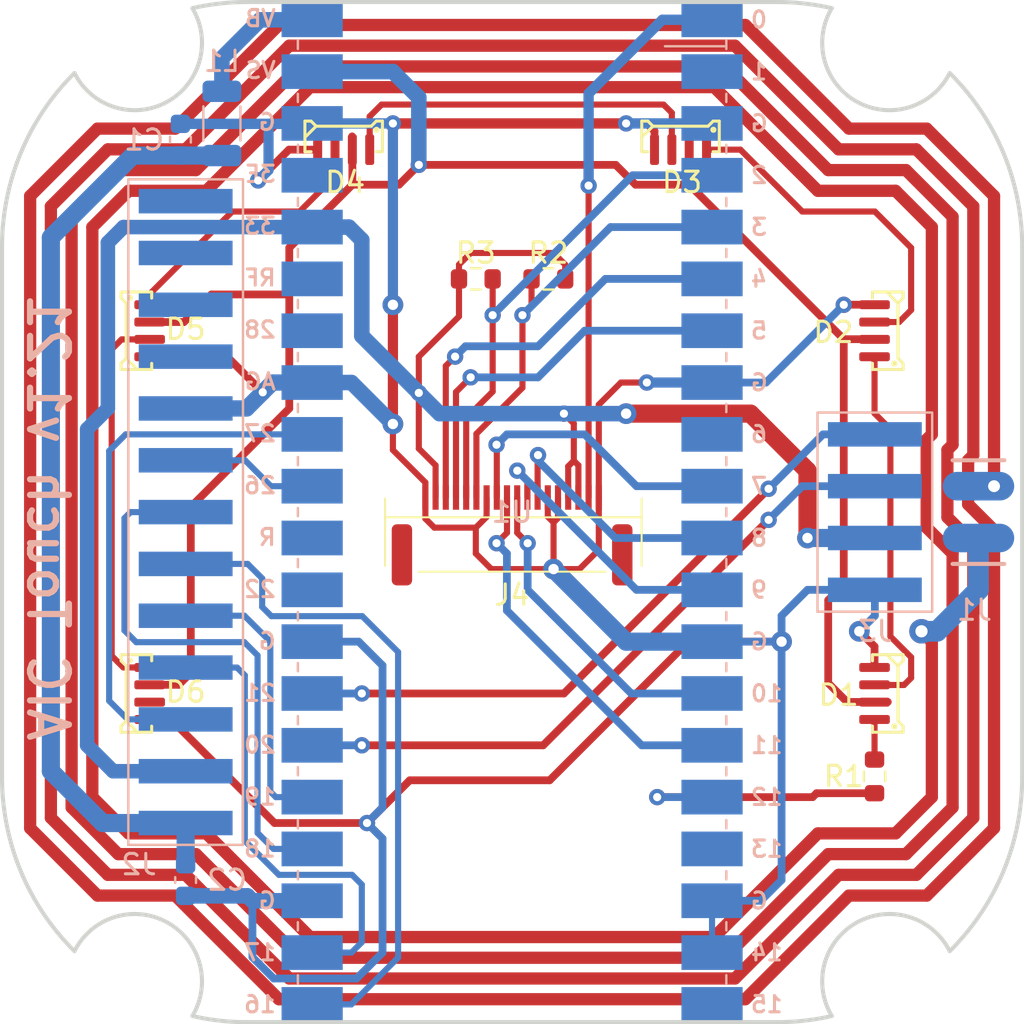
<source format=kicad_pcb>
(kicad_pcb (version 20221018) (generator pcbnew)
  (title_block (title "AIC Pico with PN5180"))
  (layers (0 "F.Cu" signal) (31 "B.Cu" signal) (34 "B.Paste" user) (35 "F.Paste" user) (36 "B.SilkS" user "B.Silkscreen") (37 "F.SilkS" user "F.Silkscreen") (38 "B.Mask" user) (39 "F.Mask" user) (44 "Edge.Cuts" user))
  (net 0 "")
  (net 1 "+5V")
  (net 2 "GND")
  (net 3 "+3V3")
  (net 4 "Net-(D1-In)")
  (net 5 "Net-(D1-Out)")
  (net 6 "Net-(D2-Out)")
  (net 7 "/RGB")
  (net 8 "Net-(D5-Out)")
  (net 10 "/LEDK")
  (net 11 "/D{slash}C")
  (net 12 "/CS")
  (net 13 "/SCK")
  (net 14 "/SDA")
  (net 15 "/RST")
  (net 16 "/TP_SCL")
  (net 17 "/TP_SDA")
  (net 18 "/TP_RST")
  (net 20 "/TP_INT")
  (net 22 "Net-(J3-SDA)")
  (net 23 "Net-(J3-SCL)")
  (net 27 "Net-(J2-5V)")
  (net 28 "/ANT")
  (net 29 "Net-(J2-RST)")
  (net 30 "Net-(J2-NSS)")
  (net 31 "Net-(J2-MOSI)")
  (net 32 "Net-(J2-MISO)")
  (net 33 "Net-(J2-SCK)")
  (net 34 "Net-(J2-BUSY)")
  (net 39 "unconnected-(U1-GPIO6-Pad9)")
  (net 43 "Net-(D3-Out)")
  (net 44 "Net-(D4-Out)")
  (net 45 "Net-(U1-VBUS)")
  (footprint "aic_pico:WS2812B-4020" (layer "F.Cu") (at 127.065 94.985)
    (fp_text reference "D4")
    (fp_text value "WS2812B_Unified")
  )
  (footprint "aic_pico:WS2812B-4020" (layer "F.Cu") (at 116.905 104.51 90)
    (fp_text reference "D5")
    (fp_text value "WS2812B_Unified")
  )
  (footprint "Resistor_SMD:R_0603_1608Metric" (layer "F.Cu") (at 137.098 101.97)
    (fp_text reference "R2")
    (fp_text value "2K")
  )
  (footprint "aic_pico:WS2812B-4020" (layer "F.Cu") (at 143.575 94.985)
    (fp_text reference "D3")
    (fp_text value "WS2812B_Unified")
  )
  (footprint "aic_pico:WS2812B-4020" (layer "F.Cu") (at 153.735 122.29 -90)
    (fp_text reference "D1")
    (fp_text value "WS2812B_Unified")
  )
  (footprint "Resistor_SMD:R_0603_1608Metric" (layer "F.Cu") (at 153.085 126.354 -90)
    (fp_text reference "R1")
    (fp_text value "10" hide)
  )
  (footprint "Resistor_SMD:R_0603_1608Metric" (layer "F.Cu") (at 133.542 101.97 180)
    (fp_text reference "R3")
    (fp_text value "2K")
  )
  (footprint "aic_pico:FPC-0.5-1.0H-18P" (layer "F.Cu") (at 135.32 114.035)
    (fp_text reference "J4")
    (fp_text value "Display" hide)
  )
  (footprint "aic_pico:WS2812B-4020" (layer "F.Cu") (at 116.905 122.29 90)
    (fp_text reference "D6")
    (fp_text value "WS2812B_Unified")
  )
  (footprint "aic_pico:WS2812B-4020" (layer "F.Cu") (at 153.735 104.51 -90)
    (fp_text reference "D2")
    (fp_text value "WS2812B_Unified")
  )
  (footprint "Capacitor_SMD:C_0603_1608Metric" (layer "B.Cu") (at 119.318 131.434 -90)
    (fp_text reference "C2")
    (fp_text value "10uF" hide)
  )
  (footprint "aic_pico:ANT_2P" (layer "B.Cu") (at 158.18 113.4)
    (fp_text reference "J1")
    (fp_text value "Antenna" hide)
  )
  (footprint "aic_pico:RPi_Pico_SMD_No_USB" (layer "B.Cu") (at 135.32 113.4 180)
    (fp_text reference "U1")
    (fp_text value "Pico")
  )
  (footprint "Inductor_SMD:L_1206_3216Metric" (layer "B.Cu") (at 121.096 94.35 -90)
    (fp_text reference "L1")
    (fp_text value "100nH")
  )
  (footprint "aic_pico:pn5180_conn" (layer "B.Cu") (at 119.32 113.4)
    (fp_text reference "J2")
    (fp_text value "PN5180" hide)
  )
  (footprint "aic_pico:pn532_conn" (layer "B.Cu") (at 153.1 113.4)
    (fp_text reference "J3")
    (fp_text value "PN532" hide)
  )
  (footprint "Capacitor_SMD:C_0603_1608Metric" (layer "B.Cu") (at 119.064 95.144819 90)
    (fp_text reference "C1")
    (fp_text value "0.1uF" hide)
  )
  (gr_line (start 148.32 138.399999) (end 122.32 138.399999) (stroke (width 0.2)) (layer "Edge.Cuts"))
  (gr_line (start 160.32 126.399999) (end 160.32 100.399999) (stroke (width 0.2)) (layer "Edge.Cuts"))
  (gr_arc (start 119.649044 88.701025) (mid 118.410332 93.29151) (end 113.870189 91.879395) (stroke (width 0.2)) (layer "Edge.Cuts"))
  (gr_arc (start 150.990956 138.098973) (mid 152.229668 133.508486) (end 156.769811 134.920603) (stroke (width 0.2)) (layer "Edge.Cuts"))
  (gr_arc (start 110.32 100.399999) (mid 111.243048 95.784684) (end 113.870189 91.879395) (stroke (width 0.2)) (layer "Edge.Cuts"))
  (gr_arc (start 113.870189 134.920603) (mid 111.243048 131.015314) (end 110.32 126.399999) (stroke (width 0.2)) (layer "Edge.Cuts"))
  (gr_arc (start 122.32 138.399999) (mid 120.976067 138.324505) (end 119.649044 138.098973) (stroke (width 0.2)) (layer "Edge.Cuts"))
  (gr_arc (start 156.769811 91.879395) (mid 159.396952 95.784684) (end 160.32 100.399999) (stroke (width 0.2)) (layer "Edge.Cuts"))
  (gr_arc (start 160.32 126.399999) (mid 159.396952 131.015314) (end 156.769811 134.920603) (stroke (width 0.2)) (layer "Edge.Cuts"))
  (gr_arc (start 156.769811 91.879395) (mid 152.229668 93.291511) (end 150.990956 88.701025) (stroke (width 0.2)) (layer "Edge.Cuts"))
  (gr_arc (start 150.990956 138.098973) (mid 149.663933 138.324505) (end 148.32 138.399999) (stroke (width 0.2)) (layer "Edge.Cuts"))
  (gr_arc (start 113.870189 134.920603) (mid 118.410332 133.508487) (end 119.649044 138.098973) (stroke (width 0.2)) (layer "Edge.Cuts"))
  (gr_line (start 148.32 88.399999) (end 122.32 88.399999) (stroke (width 0.2)) (layer "Edge.Cuts"))
  (gr_line (start 110.32 126.399999) (end 110.32 100.399999) (stroke (width 0.2)) (layer "Edge.Cuts"))
  (gr_arc (start 148.32 88.399999) (mid 149.663933 88.475493) (end 150.990956 88.701025) (stroke (width 0.2)) (layer "Edge.Cuts"))
  (gr_arc (start 119.649044 88.701025) (mid 120.976067 88.475493) (end 122.32 88.399999) (stroke (width 0.2)) (layer "Edge.Cuts"))
  (gr_text "AIC Touch v1.21" (at 111.444 113.654 270) (layer "B.SilkS") (effects (font (size 1.905 1.778) (thickness 0.3048) bold) (justify bottom mirror)))
  (segment (start 127.48 94.985) (end 127.48 95.784228) (width 0.381) (layer "F.Cu") (net 1))
  (segment (start 150.814 121.782) (end 151.737 122.705) (width 0.381) (layer "F.Cu") (net 1))
  (segment (start 124.398 108.32) (end 119.572 113.146) (width 0.381) (layer "F.Cu") (net 1))
  (segment (start 151.737 122.705) (end 153.735 122.705) (width 0.381) (layer "F.Cu") (net 1))
  (segment (start 127.49 97.354) (end 124.398 100.446) (width 0.381) (layer "F.Cu") (net 1))
  (segment (start 151.576 104.925) (end 153.075 104.925) (width 0.381) (layer "F.Cu") (net 1))
  (segment (start 144.005 97.354) (end 151.576 104.925) (width 0.381) (layer "F.Cu") (net 1))
  (segment (start 144 97.354) (end 141.372 97.354) (width 0.381) (layer "F.Cu") (net 1))
  (segment (start 117.555 104.085) (end 119.235 104.085) (width 0.381) (layer "F.Cu") (net 1))
  (segment (start 127.49 95.635) (end 127.49 97.354) (width 0.381) (layer "F.Cu") (net 1))
  (segment (start 140.4 96.382) (end 130.748 96.382) (width 0.381) (layer "F.Cu") (net 1))
  (segment (start 119.572 113.146) (end 119.572 121.274) (width 0.381) (layer "F.Cu") (net 1))
  (segment (start 129.776 97.354) (end 130.748 96.382) (width 0.381) (layer "F.Cu") (net 1))
  (segment (start 153.075 104.925) (end 153.085 104.935) (width 0.381) (layer "F.Cu") (net 1))
  (segment (start 150.814 117.718) (end 150.814 121.782) (width 0.381) (layer "F.Cu") (net 1))
  (segment (start 151.576 116.956) (end 150.814 117.718) (width 0.381) (layer "F.Cu") (net 1))
  (segment (start 118.981 121.865) (end 117.555 121.865) (width 0.381) (layer "F.Cu") (net 1))
  (segment (start 141.372 97.354) (end 140.4 96.382) (width 0.381) (layer "F.Cu") (net 1))
  (segment (start 119.235 104.085) (end 120.588 102.732) (width 0.381) (layer "F.Cu") (net 1))
  (segment (start 144 95.635) (end 144 97.354) (width 0.381) (layer "F.Cu") (net 1))
  (segment (start 124.398 102.732) (end 124.398 108.32) (width 0.381) (layer "F.Cu") (net 1))
  (segment (start 127.49 97.354) (end 129.776 97.354) (width 0.381) (layer "F.Cu") (net 1))
  (segment (start 151.576 104.925) (end 151.576 116.956) (width 0.381) (layer "F.Cu") (net 1))
  (segment (start 124.398 100.446) (end 124.398 102.732) (width 0.381) (layer "F.Cu") (net 1))
  (segment (start 120.588 102.732) (end 124.398 102.732) (width 0.381) (layer "F.Cu") (net 1))
  (segment (start 119.572 121.274) (end 118.981 121.865) (width 0.381) (layer "F.Cu") (net 1))
  (via (at 130.748 96.382) (size 0.8) (drill 0.4) (layers "F.Cu" "B.Cu") (net 1))
  (segment (start 130.748 96.382) (end 130.748 93.08) (width 0.762) (layer "B.Cu") (net 1))
  (segment (start 129.478 91.81) (end 125.52 91.81) (width 0.762) (layer "B.Cu") (net 1))
  (segment (start 130.748 93.08) (end 129.478 91.81) (width 0.762) (layer "B.Cu") (net 1))
  (segment (start 131.07 112.685) (end 131.07 113.722) (width 0.3) (layer "F.Cu") (net 2))
  (segment (start 129.478 110.356) (end 129.478 109.082) (width 0.3) (layer "F.Cu") (net 2))
  (segment (start 140.908 94.35) (end 129.478 94.35) (width 0.508) (layer "F.Cu") (net 2))
  (segment (start 137.07 112.685) (end 137.07 113.626) (width 0.3) (layer "F.Cu") (net 2))
  (segment (start 121.35 105.78) (end 123.098 107.528) (width 0.381) (layer "F.Cu") (net 2))
  (segment (start 134.304 116.194) (end 137.352 116.194) (width 0.3) (layer "F.Cu") (net 2))
  (segment (start 117.555 105.785) (end 117.56 105.78) (width 0.381) (layer "F.Cu") (net 2))
  (segment (start 137.57 113.69) (end 137.352 113.908) (width 0.3) (layer "F.Cu") (net 2))
  (segment (start 137.07 113.626) (end 137.352 113.908) (width 0.3) (layer "F.Cu") (net 2))
  (segment (start 117.56 105.78) (end 121.35 105.78) (width 0.381) (layer "F.Cu") (net 2))
  (segment (start 128.208 128.64) (end 123.677 128.64) (width 0.381) (layer "F.Cu") (net 2))
  (segment (start 151.576 103.24) (end 151.581 103.235) (width 0.381) (layer "F.Cu") (net 2))
  (segment (start 143.956 119.75) (end 137.161 126.545) (width 0.381) (layer "F.Cu") (net 2))
  (segment (start 152.338 119.242) (end 153.085 119.989) (width 0.381) (layer "F.Cu") (net 2))
  (segment (start 133.542 115.432) (end 134.304 116.194) (width 0.3) (layer "F.Cu") (net 2))
  (segment (start 131.07 112.685) (end 131.07 111.948) (width 0.3) (layer "F.Cu") (net 2))
  (segment (start 141.924 94.35) (end 142.3 94.726) (width 0.381) (layer "F.Cu") (net 2))
  (segment (start 151.581 103.235) (end 153.085 103.235) (width 0.381) (layer "F.Cu") (net 2))
  (segment (start 139.57 112.685) (end 139.57 108.134) (width 0.3) (layer "F.Cu") (net 2))
  (segment (start 118.602 123.565) (end 117.555 123.565) (width 0.381) (layer "F.Cu") (net 2))
  (segment (start 130.303 126.545) (end 128.208 128.64) (width 0.381) (layer "F.Cu") (net 2))
  (segment (start 139.57 108.134) (end 140.654 107.05) (width 0.3) (layer "F.Cu") (net 2))
  (segment (start 142.3 94.726) (end 142.3 95.635) (width 0.381) (layer "F.Cu") (net 2))
  (segment (start 139.57 112.685) (end 139.57 115.246) (width 0.3) (layer "F.Cu") (net 2))
  (segment (start 153.085 119.989) (end 153.085 121.015) (width 0.381) (layer "F.Cu") (net 2))
  (segment (start 137.352 113.908) (end 137.352 116.194) (width 0.3) (layer "F.Cu") (net 2))
  (segment (start 129.478 109.082) (end 129.478 103.24) (width 0.5) (layer "F.Cu") (net 2))
  (segment (start 131.07 113.722) (end 131.51 114.162) (width 0.3) (layer "F.Cu") (net 2))
  (segment (start 123.677 128.64) (end 118.602 123.565) (width 0.381) (layer "F.Cu") (net 2))
  (segment (start 137.161 126.545) (end 130.303 126.545) (width 0.381) (layer "F.Cu") (net 2))
  (segment (start 124.383 95.635) (end 125.79 95.635) (width 0.381) (layer "F.Cu") (net 2))
  (segment (start 134.07 113.634) (end 134.07 112.685) (width 0.3) (layer "F.Cu") (net 2))
  (segment (start 133.542 114.162) (end 134.07 113.634) (width 0.3) (layer "F.Cu") (net 2))
  (segment (start 148.528 119.75) (end 143.956 119.75) (width 0.381) (layer "F.Cu") (net 2))
  (segment (start 138.622 116.194) (end 137.352 116.194) (width 0.3) (layer "F.Cu") (net 2))
  (segment (start 122.874 97.144) (end 124.383 95.635) (width 0.381) (layer "F.Cu") (net 2))
  (segment (start 131.51 114.162) (end 133.542 114.162) (width 0.3) (layer "F.Cu") (net 2))
  (segment (start 137.57 112.685) (end 137.57 113.69) (width 0.3) (layer "F.Cu") (net 2))
  (segment (start 140.908 94.35) (end 141.924 94.35) (width 0.381) (layer "F.Cu") (net 2))
  (segment (start 139.57 115.246) (end 138.622 116.194) (width 0.3) (layer "F.Cu") (net 2))
  (segment (start 133.542 114.162) (end 133.542 115.432) (width 0.3) (layer "F.Cu") (net 2))
  (segment (start 140.654 107.05) (end 141.924 107.05) (width 0.3) (layer "F.Cu") (net 2))
  (segment (start 131.07 111.948) (end 129.478 110.356) (width 0.3) (layer "F.Cu") (net 2))
  (via (at 137.352 116.194) (size 1.016) (drill 0.508) (layers "F.Cu" "B.Cu") (net 2))
  (via (at 129.478 109.082) (size 1.016) (drill 0.508) (layers "F.Cu" "B.Cu") (net 2))
  (via (at 140.908 94.35) (size 0.8) (drill 0.4) (layers "F.Cu" "B.Cu") (net 2))
  (via (at 122.874 97.144) (size 0.8) (drill 0.4) (layers "F.Cu" "B.Cu") (net 2))
  (via (at 141.924 107.05) (size 0.8) (drill 0.4) (layers "F.Cu" "B.Cu") (net 2))
  (via (at 128.208 128.64) (size 0.8) (drill 0.4) (layers "F.Cu" "B.Cu") (net 2))
  (via (at 129.478 94.35) (size 0.8) (drill 0.4) (layers "F.Cu" "B.Cu") (net 2))
  (via (at 151.576 103.24) (size 0.8) (drill 0.4) (layers "F.Cu" "B.Cu") (net 2))
  (via (at 123.098 107.528) (size 0.8) (drill 0.4) (layers "F.Cu" "B.Cu") (net 2))
  (via (at 152.338 119.242) (size 1.016) (drill 0.508) (layers "F.Cu" "B.Cu") (net 2))
  (via (at 129.478 103.24) (size 1.016) (drill 0.508) (layers "F.Cu" "B.Cu") (net 2))
  (via (at 148.528 119.75) (size 1.016) (drill 0.508) (layers "F.Cu" "B.Cu") (net 2))
  (segment (start 147.512 132.45) (end 145.12 132.45) (width 0.381) (layer "B.Cu") (net 2))
  (segment (start 128.97 134.99) (end 127.7 136.26) (width 0.381) (layer "B.Cu") (net 2))
  (segment (start 140.908 94.35) (end 145.12 94.35) (width 0.508) (layer "B.Cu") (net 2))
  (segment (start 122.594 132.45) (end 122.353 132.209) (width 0.762) (layer "B.Cu") (net 2))
  (segment (start 148.528 119.75) (end 148.528 118.48) (width 0.381) (layer "B.Cu") (net 2))
  (segment (start 122.874 97.144) (end 123.382 96.636) (width 0.5) (layer "B.Cu") (net 2))
  (segment (start 147.766 107.05) (end 145.12 107.05) (width 0.381) (layer "B.Cu") (net 2))
  (segment (start 151.576 103.24) (end 147.766 107.05) (width 0.381) (layer "B.Cu") (net 2))
  (segment (start 153.1 118.48) (end 153.1 117.21) (width 0.381) (layer "B.Cu") (net 2))
  (segment (start 148.528 131.434) (end 147.512 132.45) (width 0.381) (layer "B.Cu") (net 2))
  (segment (start 128.97 127.878) (end 128.97 120.9185) (width 0.381) (layer "B.Cu") (net 2))
  (segment (start 145.12 107.05) (end 141.924 107.05) (width 0.5) (layer "B.Cu") (net 2))
  (segment (start 123.636 136.26) (end 122.594 135.218) (width 0.381) (layer "B.Cu") (net 2))
  (segment (start 145.12 119.75) (end 148.528 119.75) (width 0.381) (layer "B.Cu") (net 2))
  (segment (start 148.528 119.75) (end 148.528 131.434) (width 0.381) (layer "B.Cu") (net 2))
  (segment (start 125.52 132.45) (end 122.594 132.45) (width 0.762) (layer "B.Cu") (net 2))
  (segment (start 137.352 116.194) (end 140.908 119.75) (width 0.889) (layer "B.Cu") (net 2))
  (segment (start 128.208 128.64) (end 128.97 127.878) (width 0.381) (layer "B.Cu") (net 2))
  (segment (start 129.478 103.24) (end 129.478 94.35) (width 0.5) (layer "B.Cu") (net 2))
  (segment (start 140.908 119.75) (end 145.12 119.75) (width 0.889) (layer "B.Cu") (net 2))
  (segment (start 127.7 136.26) (end 123.636 136.26) (width 0.381) (layer "B.Cu") (net 2))
  (segment (start 129.478 94.35) (end 125.52 94.35) (width 0.508) (layer "B.Cu") (net 2))
  (segment (start 149.798 117.21) (end 153.1 117.21) (width 0.381) (layer "B.Cu") (net 2))
  (segment (start 128.97 120.9185) (end 127.8015 119.75) (width 0.381) (layer "B.Cu") (net 2))
  (segment (start 145.12 134.99) (end 145.12 132.45) (width 0.3) (layer "B.Cu") (net 2))
  (segment (start 123.576 107.05) (end 125.52 107.05) (width 0.8) (layer "B.Cu") (net 2))
  (segment (start 127.446 107.05) (end 125.52 107.05) (width 0.762) (layer "B.Cu") (net 2))
  (segment (start 129.478 109.082) (end 127.446 107.05) (width 0.762) (layer "B.Cu") (net 2))
  (segment (start 128.208 128.64) (end 128.97 129.402) (width 0.381) (layer "B.Cu") (net 2))
  (segment (start 127.8015 119.75) (end 125.52 119.75) (width 0.381) (layer "B.Cu") (net 2))
  (segment (start 122.306 108.32) (end 123.576 107.05) (width 0.8) (layer "B.Cu") (net 2))
  (segment (start 148.528 118.48) (end 149.798 117.21) (width 0.381) (layer "B.Cu") (net 2))
  (segment (start 128.97 129.402) (end 128.97 134.99) (width 0.381) (layer "B.Cu") (net 2))
  (segment (start 152.338 119.242) (end 153.1 118.48) (width 0.381) (layer "B.Cu") (net 2))
  (segment (start 123.382 96.636) (end 123.382 94.369819) (width 0.5) (layer "B.Cu") (net 2))
  (segment (start 122.353 132.209) (end 119.318 132.209) (width 0.762) (layer "B.Cu") (net 2))
  (segment (start 119.32 108.32) (end 122.306 108.32) (width 0.8) (layer "B.Cu") (net 2))
  (segment (start 125.500181 94.369819) (end 119.064 94.369819) (width 0.508) (layer "B.Cu") (net 2))
  (segment (start 122.594 135.218) (end 122.594 132.45) (width 0.381) (layer "B.Cu") (net 2))
  (segment (start 138.57 111.107) (end 138.3455 110.8825) (width 0.3) (layer "F.Cu") (net 3))
  (segment (start 138.3455 110.8825) (end 138.3455 109.0595) (width 0.3) (layer "F.Cu") (net 3))
  (segment (start 138.3455 109.0595) (end 137.86 108.574) (width 0.3) (layer "F.Cu") (net 3))
  (segment (start 131.57 111.109746) (end 130.748 110.287746) (width 0.3) (layer "F.Cu") (net 3))
  (segment (start 131.57 112.685) (end 131.57 111.109746) (width 0.3) (layer "F.Cu") (net 3))
  (segment (start 130.748 110.287746) (end 130.748 107.558) (width 0.3) (layer "F.Cu") (net 3))
  (segment (start 132.717 103.811) (end 130.748 105.78) (width 0.3) (layer "F.Cu") (net 3))
  (segment (start 133.288 100.7) (end 137.352 100.7) (width 0.3) (layer "F.Cu") (net 3))
  (segment (start 138.07 111.158) (end 138.3455 110.8825) (width 0.3) (layer "F.Cu") (net 3))
  (segment (start 149.798 111.368) (end 149.798 114.67) (width 0.889) (layer "F.Cu") (net 3))
  (segment (start 137.352 100.7) (end 137.923 101.271) (width 0.3) (layer "F.Cu") (net 3))
  (segment (start 130.748 105.78) (end 130.748 107.558) (width 0.3) (layer "F.Cu") (net 3))
  (segment (start 138.57 112.685) (end 138.57 111.107) (width 0.3) (layer "F.Cu") (net 3))
  (segment (start 137.923 101.271) (end 137.923 101.97) (width 0.3) (layer "F.Cu") (net 3))
  (segment (start 140.908 108.574) (end 147.004 108.574) (width 0.889) (layer "F.Cu") (net 3))
  (segment (start 132.717 101.271) (end 133.288 100.7) (width 0.3) (layer "F.Cu") (net 3))
  (segment (start 132.717 101.97) (end 132.717 101.271) (width 0.3) (layer "F.Cu") (net 3))
  (segment (start 132.717 103.811) (end 132.717 101.97) (width 0.3) (layer "F.Cu") (net 3))
  (segment (start 138.07 112.685) (end 138.07 111.158) (width 0.3) (layer "F.Cu") (net 3))
  (segment (start 147.004 108.574) (end 149.798 111.368) (width 0.889) (layer "F.Cu") (net 3))
  (via (at 137.86 108.574) (size 0.8) (drill 0.4) (layers "F.Cu" "B.Cu") (net 3))
  (via (at 140.908 108.574) (size 1.016) (drill 0.508) (layers "F.Cu" "B.Cu") (net 3))
  (via (at 149.798 114.67) (size 1.016) (drill 0.508) (layers "F.Cu" "B.Cu") (net 3))
  (via (at 130.748 107.558) (size 0.8) (drill 0.4) (layers "F.Cu" "B.Cu") (net 3))
  (segment (start 125.52 99.43) (end 116.27 99.43) (width 0.7112) (layer "B.Cu") (net 3))
  (segment (start 130.748 107.558) (end 131.764 108.574) (width 0.762) (layer "B.Cu") (net 3))
  (segment (start 114.492 124.83) (end 115.762 126.1) (width 0.7112) (layer "B.Cu") (net 3))
  (segment (start 127.319 99.43) (end 125.52 99.43) (width 0.762) (layer "B.Cu") (net 3))
  (segment (start 114.492 109.336) (end 114.492 124.83) (width 0.7112) (layer "B.Cu") (net 3))
  (segment (start 131.764 108.574) (end 140.908 108.574) (width 0.762) (layer "B.Cu") (net 3))
  (segment (start 116.27 99.43) (end 115.508 100.192) (width 0.7112) (layer "B.Cu") (net 3))
  (segment (start 115.508 108.32) (end 114.492 109.336) (width 0.7112) (layer "B.Cu") (net 3))
  (segment (start 115.762 126.1) (end 120.08 126.1) (width 0.7112) (layer "B.Cu") (net 3))
  (segment (start 130.748 107.558) (end 127.954 104.764) (width 0.762) (layer "B.Cu") (net 3))
  (segment (start 127.954 100.065) (end 127.319 99.43) (width 0.762) (layer "B.Cu") (net 3))
  (segment (start 127.954 104.764) (end 127.954 100.065) (width 0.762) (layer "B.Cu") (net 3))
  (segment (start 149.798 114.67) (end 153.1 114.67) (width 0.889) (layer "B.Cu") (net 3))
  (segment (start 115.508 100.192) (end 115.508 108.32) (width 0.7112) (layer "B.Cu") (net 3))
  (segment (start 153.085 125.529) (end 153.085 123.565) (width 0.3) (layer "F.Cu") (net 4))
  (segment (start 153.862 119.496) (end 153.862 109.336) (width 0.3) (layer "F.Cu") (net 5))
  (segment (start 154.878 121.528) (end 154.878 120.512) (width 0.3) (layer "F.Cu") (net 5))
  (segment (start 153.862 109.336) (end 153.085 108.559) (width 0.3) (layer "F.Cu") (net 5))
  (segment (start 153.085 108.559) (end 153.085 105.785) (width 0.3) (layer "F.Cu") (net 5))
  (segment (start 154.878 120.512) (end 153.862 119.496) (width 0.3) (layer "F.Cu") (net 5))
  (segment (start 153.735 121.875) (end 154.531 121.875) (width 0.3) (layer "F.Cu") (net 5))
  (segment (start 154.531 121.875) (end 154.878 121.528) (width 0.3) (layer "F.Cu") (net 5))
  (segment (start 154.878 100.446) (end 154.878 103.494) (width 0.3) (layer "F.Cu") (net 6))
  (segment (start 144.85 95.635) (end 146.511 95.635) (width 0.3) (layer "F.Cu") (net 6))
  (segment (start 153.1 98.668) (end 154.878 100.446) (width 0.3) (layer "F.Cu") (net 6))
  (segment (start 154.287 104.085) (end 153.085 104.085) (width 0.3) (layer "F.Cu") (net 6))
  (segment (start 146.511 95.635) (end 149.544 98.668) (width 0.3) (layer "F.Cu") (net 6))
  (segment (start 154.878 103.494) (end 154.287 104.085) (width 0.3) (layer "F.Cu") (net 6))
  (segment (start 149.544 98.668) (end 153.1 98.668) (width 0.3) (layer "F.Cu") (net 6))
  (segment (start 142.432 127.37) (end 150.052 127.37) (width 0.381) (layer "F.Cu") (net 7))
  (segment (start 150.243 127.179) (end 153.085 127.179) (width 0.381) (layer "F.Cu") (net 7))
  (segment (start 150.052 127.37) (end 150.243 127.179) (width 0.381) (layer "F.Cu") (net 7))
  (via (at 142.432 127.37) (size 0.8) (drill 0.4) (layers "F.Cu" "B.Cu") (net 7))
  (segment (start 142.432 127.37) (end 145.12 127.37) (width 0.381) (layer "B.Cu") (net 7))
  (segment (start 115.695 120.445) (end 115.695 105.422) (width 0.3) (layer "F.Cu") (net 8))
  (segment (start 115.695 105.422) (end 116.182 104.935) (width 0.3) (layer "F.Cu") (net 8))
  (segment (start 116.265 121.015) (end 115.695 120.445) (width 0.3) (layer "F.Cu") (net 8))
  (segment (start 117.555 121.015) (end 116.265 121.015) (width 0.3) (layer "F.Cu") (net 8))
  (segment (start 116.182 104.935) (end 117.555 104.935) (width 0.3) (layer "F.Cu") (net 8))
  (segment (start 139.07 97.398) (end 139.07 112.685) (width 0.3) (layer "F.Cu") (net 10))
  (via (at 139.07 97.398) (size 0.8) (drill 0.4) (layers "F.Cu" "B.Cu") (net 10))
  (segment (start 139.07 92.886) (end 142.686 89.27) (width 0.508) (layer "B.Cu") (net 10))
  (segment (start 142.686 89.27) (end 145.12 89.27) (width 0.508) (layer "B.Cu") (net 10))
  (segment (start 139.07 97.398) (end 139.07 92.886) (width 0.508) (layer "B.Cu") (net 10))
  (segment (start 136.57 110.626) (end 136.57 112.685) (width 0.3) (layer "F.Cu") (net 11))
  (segment (start 136.59 110.606) (end 136.57 110.626) (width 0.3) (layer "F.Cu") (net 11))
  (via (at 136.59 110.606) (size 0.8) (drill 0.4) (layers "F.Cu" "B.Cu") (net 11))
  (segment (start 140.38 114.67) (end 145.12 114.67) (width 0.381) (layer "B.Cu") (net 11))
  (segment (start 136.59 110.606) (end 136.59 110.88) (width 0.381) (layer "B.Cu") (net 11))
  (segment (start 136.59 110.88) (end 140.38 114.67) (width 0.381) (layer "B.Cu") (net 11))
  (segment (start 136.07 112.685) (end 136.07 111.864) (width 0.3) (layer "F.Cu") (net 12))
  (segment (start 136.07 111.864) (end 135.574 111.368) (width 0.3) (layer "F.Cu") (net 12))
  (via (at 135.574 111.368) (size 0.8) (drill 0.4) (layers "F.Cu" "B.Cu") (net 12))
  (segment (start 141.416 117.21) (end 145.12 117.21) (width 0.381) (layer "B.Cu") (net 12))
  (segment (start 135.574 111.368) (end 141.416 117.21) (width 0.381) (layer "B.Cu") (net 12))
  (segment (start 136.082 114.924) (end 135.57 114.412) (width 0.3) (layer "F.Cu") (net 13))
  (segment (start 135.57 114.412) (end 135.57 112.685) (width 0.3) (layer "F.Cu") (net 13))
  (via (at 136.082 114.924) (size 0.8) (drill 0.4) (layers "F.Cu" "B.Cu") (net 13))
  (segment (start 136.082 117.21) (end 141.162 122.29) (width 0.381) (layer "B.Cu") (net 13))
  (segment (start 141.162 122.29) (end 145.12 122.29) (width 0.381) (layer "B.Cu") (net 13))
  (segment (start 136.082 114.924) (end 136.082 117.21) (width 0.381) (layer "B.Cu") (net 13))
  (segment (start 135.07 114.412) (end 135.07 112.685) (width 0.3) (layer "F.Cu") (net 14))
  (segment (start 134.558 114.924) (end 135.07 114.412) (width 0.3) (layer "F.Cu") (net 14))
  (via (at 134.558 114.924) (size 0.8) (drill 0.4) (layers "F.Cu" "B.Cu") (net 14))
  (segment (start 135.066 118.226) (end 141.67 124.83) (width 0.381) (layer "B.Cu") (net 14))
  (segment (start 141.67 124.83) (end 145.12 124.83) (width 0.381) (layer "B.Cu") (net 14))
  (segment (start 134.558 114.924) (end 135.066 115.432) (width 0.381) (layer "B.Cu") (net 14))
  (segment (start 135.066 115.432) (end 135.066 118.226) (width 0.381) (layer "B.Cu") (net 14))
  (segment (start 134.57 110.11) (end 134.57 112.685) (width 0.3) (layer "F.Cu") (net 15))
  (segment (start 134.558 110.098) (end 134.57 110.11) (width 0.3) (layer "F.Cu") (net 15))
  (via (at 134.558 110.098) (size 0.8) (drill 0.4) (layers "F.Cu" "B.Cu") (net 15))
  (segment (start 135.066 109.59) (end 138.876 109.59) (width 0.381) (layer "B.Cu") (net 15))
  (segment (start 134.558 110.098) (end 135.066 109.59) (width 0.381) (layer "B.Cu") (net 15))
  (segment (start 138.876 109.59) (end 141.416 112.13) (width 0.381) (layer "B.Cu") (net 15))
  (segment (start 141.416 112.13) (end 145.12 112.13) (width 0.381) (layer "B.Cu") (net 15))
  (segment (start 135.828 103.748) (end 136.273 103.303) (width 0.3) (layer "F.Cu") (net 16))
  (segment (start 135.828 107.304) (end 133.57 109.562) (width 0.3) (layer "F.Cu") (net 16))
  (segment (start 135.828 103.748) (end 135.828 107.304) (width 0.3) (layer "F.Cu") (net 16))
  (segment (start 133.57 109.562) (end 133.57 112.685) (width 0.3) (layer "F.Cu") (net 16))
  (segment (start 136.273 103.303) (end 136.273 101.97) (width 0.3) (layer "F.Cu") (net 16))
  (via (at 135.828 103.748) (size 0.8) (drill 0.4) (layers "F.Cu" "B.Cu") (net 16))
  (segment (start 135.828 103.748) (end 140.146 99.43) (width 0.381) (layer "B.Cu") (net 16))
  (segment (start 140.146 99.43) (end 145.12 99.43) (width 0.381) (layer "B.Cu") (net 16))
  (segment (start 134.367 103.748) (end 134.367 107.495) (width 0.3) (layer "F.Cu") (net 17))
  (segment (start 134.367 107.495) (end 133.07 108.792) (width 0.3) (layer "F.Cu") (net 17))
  (segment (start 133.07 108.792) (end 133.07 112.685) (width 0.3) (layer "F.Cu") (net 17))
  (segment (start 134.367 103.748) (end 134.367 101.97) (width 0.3) (layer "F.Cu") (net 17))
  (via (at 134.367 103.748) (size 0.8) (drill 0.4) (layers "F.Cu" "B.Cu") (net 17))
  (segment (start 141.225 96.89) (end 145.12 96.89) (width 0.381) (layer "B.Cu") (net 17))
  (segment (start 134.367 103.748) (end 141.225 96.89) (width 0.381) (layer "B.Cu") (net 17))
  (segment (start 133.288 106.796) (end 132.57 107.514) (width 0.3) (layer "F.Cu") (net 18))
  (segment (start 132.57 107.514) (end 132.57 112.685) (width 0.3) (layer "F.Cu") (net 18))
  (via (at 133.288 106.796) (size 0.8) (drill 0.4) (layers "F.Cu" "B.Cu") (net 18))
  (segment (start 133.288 106.796) (end 136.59 106.796) (width 0.381) (layer "B.Cu") (net 18))
  (segment (start 136.59 106.796) (end 138.876 104.51) (width 0.381) (layer "B.Cu") (net 18))
  (segment (start 138.876 104.51) (end 145.12 104.51) (width 0.381) (layer "B.Cu") (net 18))
  (segment (start 132.07 106.236) (end 132.07 112.685) (width 0.3) (layer "F.Cu") (net 20))
  (segment (start 132.526 105.78) (end 132.07 106.236) (width 0.3) (layer "F.Cu") (net 20))
  (via (at 132.526 105.78) (size 0.8) (drill 0.4) (layers "F.Cu" "B.Cu") (net 20))
  (segment (start 133.034 105.272) (end 136.59 105.272) (width 0.381) (layer "B.Cu") (net 20))
  (segment (start 132.526 105.78) (end 133.034 105.272) (width 0.381) (layer "B.Cu") (net 20))
  (segment (start 139.892 101.97) (end 145.12 101.97) (width 0.381) (layer "B.Cu") (net 20))
  (segment (start 136.59 105.272) (end 139.892 101.97) (width 0.381) (layer "B.Cu") (net 20))
  (segment (start 136.844 124.83) (end 127.954 124.83) (width 0.381) (layer "F.Cu") (net 22))
  (segment (start 147.893 113.781) (end 136.844 124.83) (width 0.381) (layer "F.Cu") (net 22))
  (via (at 147.893 113.781) (size 0.8) (drill 0.4) (layers "F.Cu" "B.Cu") (net 22))
  (via (at 127.954 124.83) (size 0.8) (drill 0.4) (layers "F.Cu" "B.Cu") (net 22))
  (segment (start 149.544 112.13) (end 153.1 112.13) (width 0.381) (layer "B.Cu") (net 22))
  (segment (start 125.52 124.83) (end 127.954 124.83) (width 0.381) (layer "B.Cu") (net 22))
  (segment (start 147.893 113.781) (end 149.544 112.13) (width 0.381) (layer "B.Cu") (net 22))
  (segment (start 147.893 112.257) (end 137.86 122.29) (width 0.381) (layer "F.Cu") (net 23))
  (segment (start 137.86 122.29) (end 127.954 122.29) (width 0.381) (layer "F.Cu") (net 23))
  (via (at 127.954 122.29) (size 0.8) (drill 0.4) (layers "F.Cu" "B.Cu") (net 23))
  (via (at 147.893 112.257) (size 0.8) (drill 0.4) (layers "F.Cu" "B.Cu") (net 23))
  (segment (start 125.52 122.29) (end 127.954 122.29) (width 0.381) (layer "B.Cu") (net 23))
  (segment (start 150.56 109.59) (end 153.1 109.59) (width 0.381) (layer "B.Cu") (net 23))
  (segment (start 147.893 112.257) (end 150.56 109.59) (width 0.381) (layer "B.Cu") (net 23))
  (segment (start 119.32 128.64) (end 115.254 128.64) (width 0.889) (layer "B.Cu") (net 27))
  (segment (start 112.714 126.1) (end 112.714 99.938) (width 0.889) (layer "B.Cu") (net 27))
  (segment (start 119.32 130.657) (end 119.318 130.659) (width 0.889) (layer "B.Cu") (net 27))
  (segment (start 115.254 128.64) (end 112.714 126.1) (width 0.889) (layer "B.Cu") (net 27))
  (segment (start 119.32 128.64) (end 119.32 130.657) (width 0.889) (layer "B.Cu") (net 27))
  (segment (start 112.714 99.938) (end 116.727 95.925) (width 0.889) (layer "B.Cu") (net 27))
  (segment (start 116.727 95.925) (end 121.096 95.925) (width 0.889) (layer "B.Cu") (net 27))
  (segment locked (start 150.306 97.652) (end 154.116 97.652) (width 0.6) (layer "F.Cu") (net 28))
  (segment locked (start 154.116 129.148) (end 150.306 129.148) (width 0.6) (layer "F.Cu") (net 28))
  (segment locked (start 155.894 109.59) (end 155.64 109.844) (width 0.6) (layer "F.Cu") (net 28))
  (segment locked (start 113.73 127.878) (end 113.73 98.922) (width 0.6) (layer "F.Cu") (net 28))
  (segment locked (start 155.64 94.604) (end 158.942 97.906) (width 0.6) (layer "F.Cu") (net 28))
  (segment locked (start 157.926 110.606) (end 157.672 110.86) (width 0.6) (layer "F.Cu") (net 28))
  (segment locked (start 116.016 96.636) (end 119.826 96.636) (width 0.6) (layer "F.Cu") (net 28))
  (segment locked (start 145.226 134.228) (end 125.414 134.228) (width 0.6) (layer "F.Cu") (net 28))
  (segment locked (start 157.672 110.86) (end 157.672 113.019) (width 0.6) (layer "F.Cu") (net 28))
  (segment locked (start 156.656 110.352) (end 156.656 113.654) (width 0.6) (layer "F.Cu") (net 28))
  (segment locked (start 158.942 114.289) (end 158.942 128.894) (width 0.6) (layer "F.Cu") (net 28))
  (segment locked (start 114.746 99.43) (end 116.524 97.652) (width 0.6) (layer "F.Cu") (net 28))
  (segment locked (start 151.83 132.196) (end 146.75 137.276) (width 0.6) (layer "F.Cu") (net 28))
  (segment locked (start 155.894 99.43) (end 155.894 109.59) (width 0.6) (layer "F.Cu") (net 28))
  (segment locked (start 112.714 98.414) (end 115.508 95.62) (width 0.6) (layer "F.Cu") (net 28))
  (segment locked (start 119.318 131.18) (end 115.508 131.18) (width 0.6) (layer "F.Cu") (net 28))
  (segment locked (start 118.81 94.604) (end 123.89 89.524) (width 0.6) (layer "F.Cu") (net 28))
  (segment locked (start 157.926 114.924) (end 157.926 128.386) (width 0.6) (layer "F.Cu") (net 28))
  (segment locked (start 156.91 127.878) (end 154.624 130.164) (width 0.6) (layer "F.Cu") (net 28))
  (segment locked (start 151.83 94.604) (end 155.64 94.604) (width 0.6) (layer "F.Cu") (net 28))
  (segment locked (start 119.318 95.62) (end 124.398 90.54) (width 0.6) (layer "F.Cu") (net 28))
  (segment locked (start 145.226 92.572) (end 150.306 97.652) (width 0.6) (layer "F.Cu") (net 28))
  (segment locked (start 146.242 136.26) (end 124.398 136.26) (width 0.6) (layer "F.Cu") (net 28))
  (segment locked (start 124.906 91.556) (end 145.734 91.556) (width 0.6) (layer "F.Cu") (net 28))
  (segment locked (start 114.746 127.37) (end 114.746 99.43) (width 0.6) (layer "F.Cu") (net 28))
  (segment locked (start 112.714 128.386) (end 112.714 98.414) (width 0.6) (layer "F.Cu") (net 28))
  (segment locked (start 154.624 130.164) (end 150.814 130.164) (width 0.6) (layer "F.Cu") (net 28))
  (segment locked (start 150.814 96.636) (end 154.624 96.636) (width 0.6) (layer "F.Cu") (net 28))
  (segment locked (start 155.64 114.162) (end 156.91 115.432) (width 0.6) (layer "F.Cu") (net 28))
  (segment locked (start 155.64 109.844) (end 155.64 114.162) (width 0.6) (layer "F.Cu") (net 28))
  (segment locked (start 123.89 89.524) (end 146.75 89.524) (width 0.6) (layer "F.Cu") (net 28))
  (segment locked (start 116.524 97.652) (end 120.334 97.652) (width 0.6) (layer "F.Cu") (net 28))
  (segment locked (start 125.414 92.572) (end 145.226 92.572) (width 0.6) (layer "F.Cu") (net 28))
  (segment locked (start 155.132 95.62) (end 157.926 98.414) (width 0.6) (layer "F.Cu") (net 28))
  (segment locked (start 158.942 128.894) (end 155.64 132.196) (width 0.6) (layer "F.Cu") (net 28))
  (segment (start 155.894 119.75) (end 155.894 127.37) (width 0.6) (layer "F.Cu") (net 28))
  (segment locked (start 156.656 113.654) (end 157.926 114.924) (width 0.6) (layer "F.Cu") (net 28))
  (segment locked (start 150.814 130.164) (end 145.734 135.244) (width 0.6) (layer "F.Cu") (net 28))
  (segment locked (start 146.75 89.524) (end 151.83 94.604) (width 0.6) (layer "F.Cu") (net 28))
  (segment locked (start 111.698 128.894) (end 111.698 97.906) (width 0.6) (layer "F.Cu") (net 28))
  (segment locked (start 156.91 115.432) (end 156.91 127.878) (width 0.6) (layer "F.Cu") (net 28))
  (segment locked (start 120.334 97.652) (end 125.414 92.572) (width 0.6) (layer "F.Cu") (net 28))
  (segment locked (start 157.926 98.414) (end 157.926 110.606) (width 0.6) (layer "F.Cu") (net 28))
  (segment locked (start 155.64 132.196) (end 151.83 132.196) (width 0.6) (layer "F.Cu") (net 28))
  (segment locked (start 156.91 110.098) (end 156.656 110.352) (width 0.6) (layer "F.Cu") (net 28))
  (segment locked (start 154.116 97.652) (end 155.894 99.43) (width 0.6) (layer "F.Cu") (net 28))
  (segment locked (start 115 132.196) (end 111.698 128.894) (width 0.6) (layer "F.Cu") (net 28))
  (segment locked (start 120.334 129.148) (end 116.524 129.148) (width 0.6) (layer "F.Cu") (net 28))
  (segment locked (start 119.826 96.636) (end 124.906 91.556) (width 0.6) (layer "F.Cu") (net 28))
  (segment (start 155.386 119.242) (end 155.894 119.75) (width 0.6) (layer "F.Cu") (net 28))
  (segment locked (start 151.322 95.62) (end 155.132 95.62) (width 0.6) (layer "F.Cu") (net 28))
  (segment locked (start 116.524 129.148) (end 114.746 127.37) (width 0.6) (layer "F.Cu") (net 28))
  (segment locked (start 151.322 131.18) (end 146.242 136.26) (width 0.6) (layer "F.Cu") (net 28))
  (segment locked (start 124.398 90.54) (end 146.242 90.54) (width 0.6) (layer "F.Cu") (net 28))
  (segment locked (start 116.016 130.164) (end 113.73 127.878) (width 0.6) (layer "F.Cu") (net 28))
  (segment locked (start 146.242 90.54) (end 151.322 95.62) (width 0.6) (layer "F.Cu") (net 28))
  (segment locked (start 154.624 96.636) (end 156.91 98.922) (width 0.6) (layer "F.Cu") (net 28))
  (segment locked (start 125.414 134.228) (end 120.334 129.148) (width 0.6) (layer "F.Cu") (net 28))
  (segment locked (start 119.826 130.164) (end 116.016 130.164) (width 0.6) (layer "F.Cu") (net 28))
  (segment locked (start 150.306 129.148) (end 145.226 134.228) (width 0.6) (layer "F.Cu") (net 28))
  (segment locked (start 118.81 132.196) (end 115 132.196) (width 0.6) (layer "F.Cu") (net 28))
  (segment locked (start 157.672 113.019) (end 158.942 114.289) (width 0.6) (layer "F.Cu") (net 28))
  (segment locked (start 145.734 91.556) (end 150.814 96.636) (width 0.6) (layer "F.Cu") (net 28))
  (segment locked (start 113.73 98.922) (end 116.016 96.636) (width 0.6) (layer "F.Cu") (net 28))
  (segment locked (start 115 94.604) (end 118.81 94.604) (width 0.6) (layer "F.Cu") (net 28))
  (segment locked (start 115.508 131.18) (end 112.714 128.386) (width 0.6) (layer "F.Cu") (net 28))
  (segment locked (start 158.942 97.906) (end 158.942 112.13) (width 0.6) (layer "F.Cu") (net 28))
  (segment locked (start 124.398 136.26) (end 119.318 131.18) (width 0.6) (layer "F.Cu") (net 28))
  (segment locked (start 156.91 98.922) (end 156.91 110.098) (width 0.6) (layer "F.Cu") (net 28))
  (segment locked (start 155.894 127.37) (end 154.116 129.148) (width 0.6) (layer "F.Cu") (net 28))
  (segment locked (start 157.926 128.386) (end 155.132 131.18) (width 0.6) (layer "F.Cu") (net 28))
  (segment locked (start 146.75 137.276) (end 123.89 137.276) (width 0.6) (layer "F.Cu") (net 28))
  (segment locked (start 145.734 135.244) (end 124.906 135.244) (width 0.6) (layer "F.Cu") (net 28))
  (segment locked (start 111.698 97.906) (end 115 94.604) (width 0.6) (layer "F.Cu") (net 28))
  (segment locked (start 124.906 135.244) (end 119.826 130.164) (width 0.6) (layer "F.Cu") (net 28))
  (segment locked (start 115.508 95.62) (end 119.318 95.62) (width 0.6) (layer "F.Cu") (net 28))
  (segment locked (start 123.89 137.276) (end 118.81 132.196) (width 0.6) (layer "F.Cu") (net 28))
  (segment locked (start 155.132 131.18) (end 151.322 131.18) (width 0.6) (layer "F.Cu") (net 28))
  (via (at 155.386 119.242) (size 1.2) (drill 0.6) (layers "F.Cu" "B.Cu") (net 28))
  (via (at 158.942 112.13) (size 1.143) (drill 0.5842) (layers "F.Cu" "B.Cu") (net 28))
  (segment (start 158.18 117.21) (end 158.18 114.67) (width 1.016) (layer "B.Cu") (net 28))
  (segment (start 155.386 119.242) (end 156.148 119.242) (width 1.016) (layer "B.Cu") (net 28))
  (segment (start 156.148 119.242) (end 158.18 117.21) (width 1.016) (layer "B.Cu") (net 28))
  (segment (start 125.52 109.59) (end 116.38 109.59) (width 0.3) (layer "B.Cu") (net 29))
  (segment (start 116.48 123.56) (end 119.32 123.56) (width 0.3) (layer "B.Cu") (net 29))
  (segment (start 116.38 109.59) (end 115.57 110.4) (width 0.3) (layer "B.Cu") (net 29))
  (segment (start 115.57 110.4) (end 115.57 122.65) (width 0.3) (layer "B.Cu") (net 29))
  (segment (start 115.57 122.65) (end 116.48 123.56) (width 0.3) (layer "B.Cu") (net 29))
  (segment (start 121.84 121.02) (end 122.22 121.4) (width 0.3) (layer "B.Cu") (net 30))
  (segment (start 122.22 121.4) (end 122.22 129.51) (width 0.3) (layer "B.Cu") (net 30))
  (segment (start 123.89 131.18) (end 127.476405 131.18) (width 0.3) (layer "B.Cu") (net 30))
  (segment (start 127.954 134.482) (end 127.446 134.99) (width 0.3) (layer "B.Cu") (net 30))
  (segment (start 119.32 121.02) (end 121.84 121.02) (width 0.3) (layer "B.Cu") (net 30))
  (segment (start 127.476405 131.18) (end 127.954 131.657595) (width 0.3) (layer "B.Cu") (net 30))
  (segment (start 122.22 129.51) (end 123.89 131.18) (width 0.3) (layer "B.Cu") (net 30))
  (segment (start 127.446 134.99) (end 125.52 134.99) (width 0.3) (layer "B.Cu") (net 30))
  (segment (start 127.954 131.657595) (end 127.954 134.482) (width 0.3) (layer "B.Cu") (net 30))
  (segment (start 123.47 119.75) (end 123.47 127.1) (width 0.3) (layer "B.Cu") (net 31))
  (segment (start 123.74 127.37) (end 125.52 127.37) (width 0.3) (layer "B.Cu") (net 31))
  (segment (start 122.2 118.48) (end 123.47 119.75) (width 0.3) (layer "B.Cu") (net 31))
  (segment (start 119.32 118.48) (end 122.2 118.48) (width 0.3) (layer "B.Cu") (net 31))
  (segment (start 123.47 127.1) (end 123.74 127.37) (width 0.3) (layer "B.Cu") (net 31))
  (segment (start 129.732 120.258) (end 127.974 118.5) (width 0.3) (layer "B.Cu") (net 32))
  (segment (start 123.07 116.65) (end 122.36 115.94) (width 0.3) (layer "B.Cu") (net 32))
  (segment (start 122.36 115.94) (end 119.32 115.94) (width 0.3) (layer "B.Cu") (net 32))
  (segment (start 129.732 135.238) (end 129.732 120.258) (width 0.3) (layer "B.Cu") (net 32))
  (segment (start 123.07 118.05) (end 123.07 116.65) (width 0.3) (layer "B.Cu") (net 32))
  (segment (start 125.52 137.53) (end 127.44 137.53) (width 0.3) (layer "B.Cu") (net 32))
  (segment (start 127.974 118.5) (end 123.52 118.5) (width 0.3) (layer "B.Cu") (net 32))
  (segment (start 127.44 137.53) (end 129.732 135.238) (width 0.3) (layer "B.Cu") (net 32))
  (segment (start 123.52 118.5) (end 123.07 118.05) (width 0.3) (layer "B.Cu") (net 32))
  (segment (start 122.845 129.125) (end 122.845 120.425) (width 0.3) (layer "B.Cu") (net 33))
  (segment (start 123.63 129.91) (end 122.845 129.125) (width 0.3) (layer "B.Cu") (net 33))
  (segment (start 116.32 119.2) (end 116.32 113.7) (width 0.3) (layer "B.Cu") (net 33))
  (segment (start 116.32 113.7) (end 116.62 113.4) (width 0.3) (layer "B.Cu") (net 33))
  (segment (start 122.845 120.425) (end 122.195 119.775) (width 0.3) (layer "B.Cu") (net 33))
  (segment (start 122.195 119.775) (end 116.895 119.775) (width 0.3) (layer "B.Cu") (net 33))
  (segment (start 116.895 119.775) (end 116.32 119.2) (width 0.3) (layer "B.Cu") (net 33))
  (segment (start 125.52 129.91) (end 123.63 129.91) (width 0.3) (layer "B.Cu") (net 33))
  (segment (start 116.62 113.4) (end 119.32 113.4) (width 0.3) (layer "B.Cu") (net 33))
  (segment (start 123.5 112.13) (end 125.52 112.13) (width 0.3) (layer "B.Cu") (net 34))
  (segment (start 122.23 110.86) (end 123.5 112.13) (width 0.3) (layer "B.Cu") (net 34))
  (segment (start 119.32 110.86) (end 122.23 110.86) (width 0.3) (layer "B.Cu") (net 34))
  (segment (start 145.111 109.581) (end 145.12 109.59) (width 0.381) (layer "B.Cu") (net 39))
  (segment (start 143.15 93.832) (end 142.743476 93.425476) (width 0.3) (layer "F.Cu") (net 43))
  (segment (start 143.15 95.635) (end 143.15 93.832) (width 0.3) (layer "F.Cu") (net 43))
  (segment (start 128.921771 93.425476) (end 128.34 94.007247) (width 0.3) (layer "F.Cu") (net 43))
  (segment (start 128.34 94.007247) (end 128.34 95.635) (width 0.3) (layer "F.Cu") (net 43))
  (segment (start 142.743476 93.425476) (end 128.921771 93.425476) (width 0.3) (layer "F.Cu") (net 43))
  (segment (start 121.604 98.668) (end 124.906 98.668) (width 0.3) (layer "F.Cu") (net 44))
  (segment (start 126.64 96.934) (end 126.64 95.635) (width 0.3) (layer "F.Cu") (net 44))
  (segment (start 117.555 102.717) (end 121.604 98.668) (width 0.3) (layer "F.Cu") (net 44))
  (segment (start 117.555 103.235) (end 117.555 102.717) (width 0.3) (layer "F.Cu") (net 44))
  (segment (start 124.906 98.668) (end 126.64 96.934) (width 0.3) (layer "F.Cu") (net 44))
  (segment (start 121.096 91.1495) (end 122.9755 89.27) (width 0.762) (layer "B.Cu") (net 45))
  (segment (start 121.096 92.775) (end 121.096 91.1495) (width 0.762) (layer "B.Cu") (net 45))
  (segment (start 122.9755 89.27) (end 125.52 89.27) (width 0.762) (layer "B.Cu") (net 45))
)
</source>
